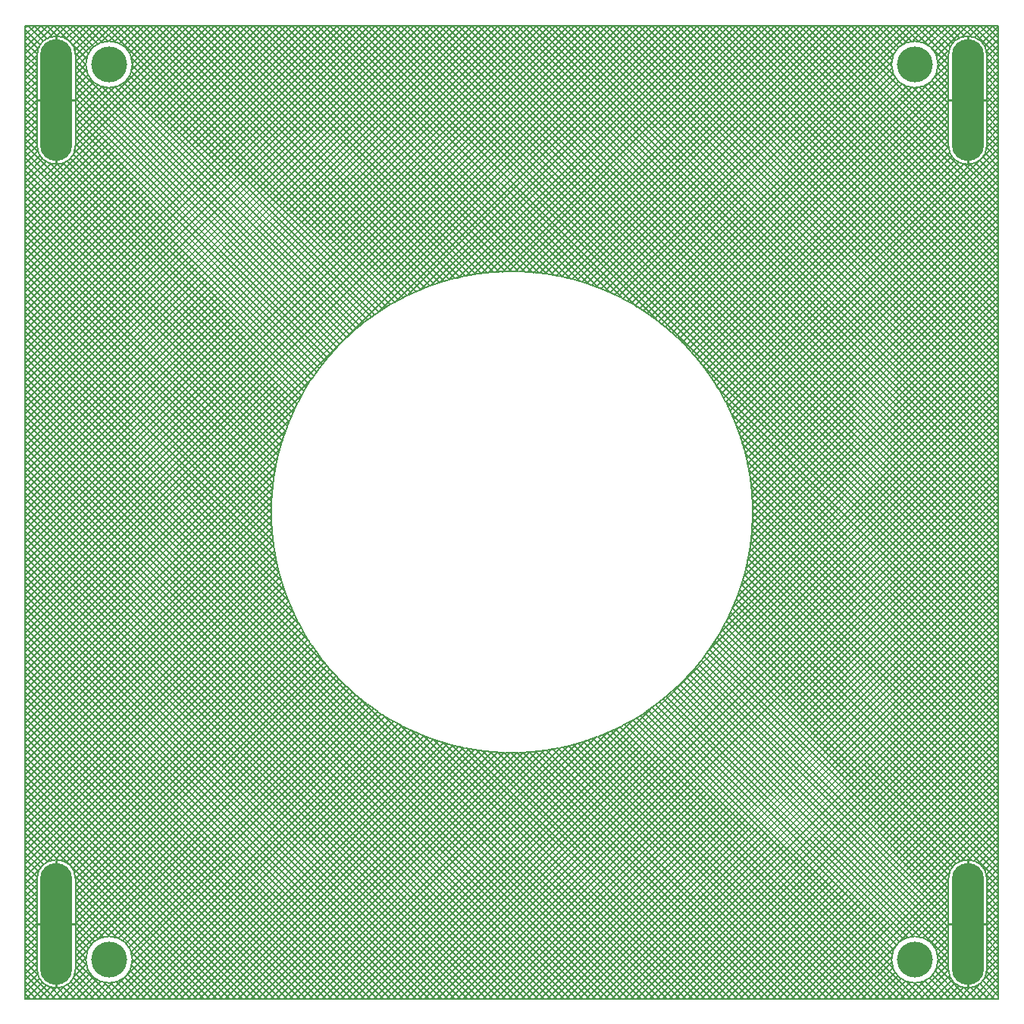
<source format=gbl>
G04*
G04 #@! TF.GenerationSoftware,Altium Limited,Altium Designer,25.8.1 (18)*
G04*
G04 Layer_Physical_Order=2*
G04 Layer_Color=16711680*
%FSLAX44Y44*%
%MOMM*%
G71*
G04*
G04 #@! TF.SameCoordinates,5BCDE232-B0A3-4B63-ACBE-DE64D98267A6*
G04*
G04*
G04 #@! TF.FilePolarity,Positive*
G04*
G01*
G75*
%ADD12C,0.2032*%
%ADD13C,0.2540*%
%ADD14O,3.6000X13.6000*%
%ADD15C,4.0000*%
D12*
X530556Y510000D02*
G03*
X487444Y510000I-21556J0D01*
G01*
Y410000D02*
G03*
X530556Y410000I21556J0D01*
G01*
X476016Y500000D02*
G03*
X476016Y500000I-26016J0D01*
G01*
X530556Y-410000D02*
G03*
X487444Y-410000I-21556J0D01*
G01*
Y-510000D02*
G03*
X530556Y-510000I21556J0D01*
G01*
X476016Y-500000D02*
G03*
X476016Y-500000I-26016J0D01*
G01*
X-423984Y500000D02*
G03*
X-423984Y500000I-26016J0D01*
G01*
X-487444Y510000D02*
G03*
X-530556Y510000I-21556J0D01*
G01*
Y410000D02*
G03*
X-487444Y410000I21556J0D01*
G01*
Y-410000D02*
G03*
X-530556Y-410000I-21556J0D01*
G01*
X-423984Y-500000D02*
G03*
X-423984Y-500000I-26016J0D01*
G01*
X-530556Y-510000D02*
G03*
X-487444Y-510000I21556J0D01*
G01*
X515283Y543607D02*
X543607Y515283D01*
X522467Y543607D02*
X543607Y522467D01*
X508099Y543607D02*
X543607Y508099D01*
X342862Y543607D02*
X543607Y342862D01*
X335678Y543607D02*
X543607Y335678D01*
X528078Y520035D02*
X543607Y535564D01*
X525144Y524285D02*
X543607Y542748D01*
X328494Y543607D02*
X543607Y328494D01*
X321309Y543607D02*
X543607Y321309D01*
X314125Y543607D02*
X543607Y314125D01*
X510788Y531482D02*
X522913Y543607D01*
X500915D02*
X513425Y531097D01*
X502753Y530631D02*
X515729Y543607D01*
X493731D02*
X505993Y531345D01*
X474281Y509343D02*
X508545Y543607D01*
X529652D02*
X543607Y529652D01*
X536836Y543607D02*
X543607Y536836D01*
X525144Y524285D02*
X543607Y542748D01*
X516645Y530155D02*
X530098Y543607D01*
X521345Y527671D02*
X537282Y543607D01*
X235099D02*
X543607Y235099D01*
X242283Y543607D02*
X543607Y242283D01*
X227915Y543607D02*
X543607Y227915D01*
X220730Y543607D02*
X543607Y220730D01*
X213546Y543607D02*
X543607Y213546D01*
X199178Y543607D02*
X543607Y199178D01*
X206362Y543607D02*
X543607Y206362D01*
X191994Y543607D02*
X543607Y191994D01*
X184809Y543607D02*
X543607Y184809D01*
X177625Y543607D02*
X543607Y177625D01*
X299757Y543607D02*
X543607Y299757D01*
X306941Y543607D02*
X543607Y306941D01*
X292573Y543607D02*
X543607Y292572D01*
X285388Y543607D02*
X543607Y285388D01*
X278204Y543607D02*
X543607Y278204D01*
X271020Y543607D02*
X543607Y271020D01*
X263836Y543607D02*
X543607Y263836D01*
X256651Y543607D02*
X543607Y256651D01*
X249467Y543607D02*
X543607Y249467D01*
X91415Y543607D02*
X543607Y91415D01*
X98599Y543607D02*
X543607Y98599D01*
X84230Y543607D02*
X543607Y84230D01*
X77046Y543607D02*
X543607Y77046D01*
X69862Y543607D02*
X543607Y69862D01*
X55494Y543607D02*
X543607Y55493D01*
X62678Y543607D02*
X543607Y62678D01*
X48309Y543607D02*
X543607Y48309D01*
X41125Y543607D02*
X543607Y41125D01*
X33941Y543607D02*
X543607Y33941D01*
X163257Y543607D02*
X543607Y163257D01*
X170441Y543607D02*
X543607Y170441D01*
X156073Y543607D02*
X543607Y156073D01*
X148888Y543607D02*
X543607Y148888D01*
X141704Y543607D02*
X543607Y141704D01*
X127336Y543607D02*
X543607Y127336D01*
X134520Y543607D02*
X543607Y134520D01*
X120152Y543607D02*
X543607Y120151D01*
X112967Y543607D02*
X543607Y112967D01*
X105783Y543607D02*
X543607Y105783D01*
X-45085Y543607D02*
X543607Y-45086D01*
X-37901Y543607D02*
X543607Y-37901D01*
X-52270Y543607D02*
X543607Y-52270D01*
X-59454Y543607D02*
X543607Y-59454D01*
X-66638Y543607D02*
X543607Y-66638D01*
X-81006Y543607D02*
X543607Y-81006D01*
X-73822Y543607D02*
X543607Y-73822D01*
X-88191Y543607D02*
X543607Y-88191D01*
X-95375Y543607D02*
X543607Y-95375D01*
X-102559Y543607D02*
X543607Y-102559D01*
X19572Y543607D02*
X543607Y19572D01*
X26757Y543607D02*
X543607Y26757D01*
X12388Y543607D02*
X543607Y12388D01*
X5204Y543607D02*
X543607Y5204D01*
X-1980Y543607D02*
X543607Y-1980D01*
X-9164Y543607D02*
X543607Y-9164D01*
X-16349Y543607D02*
X543607Y-16349D01*
X-23533Y543607D02*
X543607Y-23533D01*
X-30717Y543607D02*
X543607Y-30717D01*
X530556Y478045D02*
X543607Y464994D01*
X530556Y465039D02*
X543607Y478091D01*
X530556Y457855D02*
X543607Y470906D01*
X530556Y472224D02*
X543607Y485275D01*
X530556Y485229D02*
X543607Y472178D01*
X530556Y443487D02*
X543607Y456538D01*
X530556Y463676D02*
X543607Y450625D01*
X530556Y456492D02*
X543607Y443441D01*
X530556Y470861D02*
X543607Y457809D01*
X530556Y450671D02*
X543607Y463722D01*
X530556Y500960D02*
X543607Y514012D01*
X530556Y508145D02*
X543607Y521196D01*
X530556Y493776D02*
X543607Y506828D01*
X530017Y514790D02*
X543607Y528380D01*
X530097Y514425D02*
X543607Y500915D01*
X530556Y479408D02*
X543607Y492459D01*
X530556Y499598D02*
X543607Y486546D01*
X530556Y492413D02*
X543607Y479362D01*
X530556Y506782D02*
X543607Y493731D01*
X530556Y486592D02*
X543607Y499643D01*
X530556Y420571D02*
X543607Y407520D01*
X530556Y427756D02*
X543607Y414704D01*
X530556Y413387D02*
X543607Y400336D01*
X530400Y407409D02*
X543607Y420617D01*
X530268Y406490D02*
X543607Y393152D01*
X525843Y396547D02*
X543607Y378783D01*
X528583Y400991D02*
X543607Y385967D01*
X522227Y392979D02*
X543607Y371599D01*
X517731Y390291D02*
X543607Y364415D01*
X512161Y388677D02*
X543607Y357230D01*
X530556Y449308D02*
X543607Y436257D01*
X530556Y436302D02*
X543607Y449354D01*
X530556Y429118D02*
X543607Y442169D01*
X530556Y410000D02*
Y510000D01*
Y434940D02*
X543607Y421888D01*
X530556Y414750D02*
X543607Y427801D01*
X530556Y442124D02*
X543607Y429073D01*
X530556Y421934D02*
X543607Y434985D01*
X504795Y388858D02*
X543607Y350046D01*
X253886Y87790D02*
X543607Y377512D01*
X255748Y82468D02*
X543607Y370327D01*
X250043Y98316D02*
X543607Y391880D01*
X252024Y93112D02*
X543607Y384696D01*
X261879Y59862D02*
X543607Y341591D01*
X260544Y65711D02*
X543607Y348775D01*
X263214Y54013D02*
X543607Y334406D01*
X257396Y76932D02*
X543607Y363143D01*
X259003Y71355D02*
X543607Y355959D01*
X243558Y113384D02*
X543607Y413433D01*
X247939Y103396D02*
X543607Y399064D01*
X241223Y118233D02*
X511591Y388600D01*
X245835Y108476D02*
X543607Y406249D01*
X267917Y-20311D02*
X543607Y255380D01*
X268344Y-12699D02*
X543607Y262564D01*
X267149Y-28262D02*
X543607Y248196D01*
X266237Y-36359D02*
X543607Y241012D01*
X264850Y-44930D02*
X543607Y233827D01*
X261167Y-62981D02*
X543607Y219459D01*
X263292Y-53672D02*
X543607Y226643D01*
X258608Y-72724D02*
X543607Y212275D01*
X255586Y-82930D02*
X543607Y205091D01*
X251719Y-93982D02*
X543607Y197906D01*
X267053Y29115D02*
X543607Y305669D01*
X266326Y35572D02*
X543607Y312854D01*
X267759Y22637D02*
X543607Y298485D01*
X264336Y47951D02*
X543607Y327222D01*
X265380Y41810D02*
X543607Y320038D01*
X268634Y1959D02*
X543607Y276933D01*
X268634Y-5225D02*
X543607Y269748D01*
X268166Y15860D02*
X543607Y291301D01*
X268548Y9058D02*
X543607Y284117D01*
X464789Y521404D02*
X486992Y543607D01*
X460154Y523953D02*
X479808Y543607D01*
X464994D02*
X489472Y519129D01*
X457809Y543607D02*
X487757Y513660D01*
X450625Y543607D02*
X487444Y506788D01*
X486546Y543607D02*
X500391Y529762D01*
X479362Y543607D02*
X495872Y527097D01*
X472178Y543607D02*
X492235Y523550D01*
X468679Y518109D02*
X494177Y543607D01*
X471860Y514106D02*
X501361Y543607D01*
X421888D02*
X441063Y524433D01*
X414704Y543607D02*
X436235Y522076D01*
X407520Y543607D02*
X432176Y518951D01*
X400336Y543607D02*
X428826Y515117D01*
X393152Y543607D02*
X426216Y510543D01*
X454619Y525603D02*
X472624Y543607D01*
X447751Y525919D02*
X465440Y543607D01*
X437421Y522773D02*
X458256Y543607D01*
X429073D02*
X446855Y525825D01*
X436257Y543607D02*
X454187Y525677D01*
X475760Y503638D02*
X488369Y516247D01*
X364415Y543607D02*
X487444Y420578D01*
Y410000D02*
Y510000D01*
X357230Y543607D02*
X487444Y413394D01*
X350046Y543607D02*
X487858Y405796D01*
X475825Y496855D02*
X487444Y485236D01*
X475677Y504187D02*
X487444Y492420D01*
X474433Y491063D02*
X487444Y478052D01*
X470597Y484106D02*
X487444Y500954D01*
X186790Y193116D02*
X487444Y493769D01*
X443441Y543607D02*
X487444Y499604D01*
X385967Y543607D02*
X424486Y505088D01*
X378783Y543607D02*
X424036Y498354D01*
X371599Y543607D02*
X426623Y488583D01*
X475775Y496469D02*
X487444Y508138D01*
X151153Y222136D02*
X424397Y495381D01*
X142421Y227773D02*
X427227Y512579D01*
X146833Y225001D02*
X424081Y502249D01*
X30659Y266879D02*
X307387Y543607D01*
X24202Y267607D02*
X300203Y543607D01*
X37116Y266152D02*
X314571Y543607D01*
X10684Y268457D02*
X285834Y543607D01*
X17486Y268075D02*
X293019Y543607D01*
X61261Y261560D02*
X343308Y543607D01*
X55412Y262895D02*
X336124Y543607D01*
X67087Y260202D02*
X350492Y543607D01*
X43279Y265130D02*
X321755Y543607D01*
X49419Y264087D02*
X328940Y543607D01*
X-26327Y267367D02*
X249913Y543607D01*
X-34423Y266455D02*
X242729Y543607D01*
X-42861Y265201D02*
X235545Y543607D01*
X-51516Y263731D02*
X228361Y543607D01*
X-60756Y261675D02*
X221176Y543607D01*
X-3507Y268634D02*
X271466Y543607D01*
X3677Y268634D02*
X278650Y543607D01*
X-10879Y268446D02*
X264282Y543607D01*
X-18491Y268019D02*
X257098Y543607D01*
X109678Y245319D02*
X407966Y543607D01*
X104611Y247436D02*
X400782Y543607D01*
X114543Y243000D02*
X415150Y543607D01*
X94384Y251578D02*
X386413Y543607D01*
X99531Y249540D02*
X393598Y543607D01*
X133454Y233174D02*
X443887Y543607D01*
X128827Y235732D02*
X436703Y543607D01*
X138010Y230545D02*
X451071Y543607D01*
X119392Y240665D02*
X422335Y543607D01*
X124200Y238289D02*
X429519Y543607D01*
X-70312Y259303D02*
X213992Y543607D01*
X-80403Y256396D02*
X206808Y543607D01*
X-91340Y252644D02*
X199624Y543607D01*
X-103110Y248058D02*
X192440Y543607D01*
X-116103Y242249D02*
X185256Y543607D01*
X83741Y255303D02*
X372045Y543607D01*
X89062Y253441D02*
X379229Y543607D01*
X72688Y258619D02*
X357677Y543607D01*
X78265Y257012D02*
X364861Y543607D01*
X216886Y158553D02*
X487444Y429112D01*
X213847Y162699D02*
X487444Y436296D01*
X219868Y154351D02*
X487444Y421927D01*
X207473Y170693D02*
X487444Y450664D01*
X210660Y166696D02*
X487444Y443480D01*
X231208Y136955D02*
X491570Y397317D01*
X228436Y141367D02*
X489008Y401939D01*
X233786Y132348D02*
X495025Y393588D01*
X222849Y150148D02*
X487444Y414743D01*
X225664Y145779D02*
X487569Y407684D01*
X468951Y482176D02*
X487444Y463683D01*
X472076Y486235D02*
X487444Y470868D01*
X465117Y478826D02*
X487444Y456499D01*
X460543Y476216D02*
X487444Y449315D01*
X438583Y476623D02*
X487444Y427762D01*
X448354Y474036D02*
X487444Y434946D01*
X455088Y474486D02*
X487444Y442131D01*
X223540Y149158D02*
X231377Y136686D01*
X205434Y173249D02*
X214618Y161732D01*
X214825Y161457D02*
X223349Y149444D01*
X266120Y37396D02*
X267769Y22759D01*
X263605Y52259D02*
X266072Y37737D01*
X267798Y22416D02*
X268624Y7709D01*
X236343Y127721D02*
X499348Y390726D01*
X238888Y123082D02*
X504686Y388880D01*
X268634Y-7365D02*
Y-0D01*
Y7365D01*
X267798Y-22416D02*
X268624Y-7709D01*
X266120Y-37396D02*
X267769Y-22759D01*
X263605Y-52259D02*
X266072Y-37737D01*
X251126Y95676D02*
X255991Y81772D01*
X245367Y109606D02*
X251004Y95997D01*
X256096Y81445D02*
X260174Y67290D01*
X231552Y136389D02*
X238677Y123497D01*
X238835Y123191D02*
X245226Y109920D01*
X260260Y66957D02*
X263538Y52596D01*
X260260Y-66957D02*
X263538Y-52596D01*
X256096Y-81445D02*
X260174Y-67290D01*
X251126Y-95676D02*
X255991Y-81772D01*
X52596Y263538D02*
X66957Y260260D01*
X37737Y266072D02*
X52259Y263605D01*
X67290Y260174D02*
X81445Y256096D01*
X7709Y268624D02*
X22416Y267798D01*
X22759Y267769D02*
X37396Y266120D01*
X123497Y238677D02*
X136389Y231552D01*
X109920Y245226D02*
X123191Y238835D01*
X136686Y231377D02*
X149158Y223540D01*
X81772Y255991D02*
X95676Y251126D01*
X95997Y251004D02*
X109606Y245367D01*
X-7365Y268634D02*
X7365D01*
X-22416Y267798D02*
X-7709Y268624D01*
X-37396Y266120D02*
X-22759Y267769D01*
X-52259Y263605D02*
X-37737Y266072D01*
X-66957Y260260D02*
X-52596Y263538D01*
X-81445Y256096D02*
X-67290Y260174D01*
X-95676Y251126D02*
X-81772Y255991D01*
X-109606Y245367D02*
X-95997Y251004D01*
X-123191Y238835D02*
X-109920Y245226D01*
X190382Y189523D02*
X487444Y486585D01*
X190382Y189523D02*
X487444Y486585D01*
X193974Y185931D02*
X487444Y479401D01*
X171648Y206711D02*
X440657Y475719D01*
X183118Y196628D02*
X465894Y479403D01*
X200828Y178417D02*
X487444Y465033D01*
X197438Y182211D02*
X487444Y472217D01*
X204219Y174623D02*
X487444Y457848D01*
X175530Y203408D02*
X446362Y474240D01*
X179324Y200018D02*
X453531Y474225D01*
X163655Y213085D02*
X431891Y481321D01*
X159558Y216173D02*
X428596Y485211D01*
X167652Y209898D02*
X435894Y478140D01*
X155356Y219155D02*
X426047Y489846D01*
X149444Y223349D02*
X161457Y214825D01*
X184745Y195161D02*
X195161Y184745D01*
X195397Y184495D02*
X205212Y173512D01*
X161732Y214618D02*
X173249Y205434D01*
X173512Y205212D02*
X184495Y195397D01*
X265921Y38628D02*
X543607Y-239059D01*
X264450Y47282D02*
X543607Y-231875D01*
X266901Y30463D02*
X543607Y-246243D01*
X260590Y65511D02*
X543607Y-217507D01*
X262715Y56202D02*
X543607Y-224691D01*
X268634Y-7D02*
X543607Y-274980D01*
X268634Y7178D02*
X543607Y-267796D01*
X268634Y-7191D02*
X543607Y-282164D01*
X267800Y22379D02*
X543607Y-253428D01*
X268228Y14768D02*
X543607Y-260612D01*
X240653Y-119416D02*
X543607Y183538D01*
X246843Y-106042D02*
X543607Y190722D01*
X232402Y-134852D02*
X543607Y176354D01*
X219332Y-155106D02*
X543607Y169170D01*
X229445Y139762D02*
X543607Y-174401D01*
X254535Y85934D02*
X543607Y-203138D01*
X250543Y97111D02*
X543607Y-195954D01*
X257818Y75467D02*
X543607Y-210322D01*
X238840Y123182D02*
X543607Y-181586D01*
X245462Y109375D02*
X543607Y-188770D01*
X257833Y-75416D02*
X543607Y-361191D01*
X259440Y-69839D02*
X543607Y-354007D01*
X543607Y543607D02*
X543607Y-543607D01*
X256226Y-80994D02*
X543607Y-368375D01*
X254392Y-86344D02*
X543607Y-375559D01*
X250615Y-96936D02*
X543607Y-389928D01*
X252530Y-91666D02*
X543607Y-382743D01*
X248511Y-102015D02*
X543607Y-397112D01*
X246407Y-107095D02*
X543607Y-404296D01*
X244193Y-112066D02*
X543607Y-411480D01*
X267888Y-20814D02*
X543607Y-296533D01*
X268270Y-14012D02*
X543607Y-289349D01*
X267251Y-27361D02*
X543607Y-303717D01*
X266523Y-33817D02*
X543607Y-310901D01*
X265663Y-40142D02*
X543607Y-318085D01*
X264620Y-46283D02*
X543607Y-325270D01*
X263552Y-52398D02*
X543607Y-332454D01*
X262242Y-58273D02*
X543607Y-339638D01*
X260907Y-64122D02*
X543607Y-346822D01*
X-116927Y543607D02*
X543607Y-116928D01*
X-109743Y543607D02*
X543607Y-109743D01*
X214462Y161928D02*
X543607Y-167217D01*
X-124112Y543607D02*
X543607Y-124112D01*
X-126064Y-543607D02*
X543607Y126064D01*
X-25485Y-543607D02*
X543607Y25485D01*
X-32669Y-543607D02*
X543607Y32669D01*
X-18301Y-543607D02*
X543607Y18301D01*
X-47038Y-543607D02*
X543607Y47038D01*
X-39854Y-543607D02*
X543607Y39854D01*
X-97327Y-543607D02*
X543607Y97327D01*
X-104512Y-543607D02*
X543607Y104512D01*
X-90143Y-543607D02*
X543607Y90143D01*
X-118880Y-543607D02*
X543607Y118880D01*
X-111696Y-543607D02*
X543607Y111696D01*
X-61406Y-543607D02*
X543607Y61406D01*
X-68590Y-543607D02*
X543607Y68590D01*
X-54222Y-543607D02*
X543607Y54222D01*
X-82959Y-543607D02*
X543607Y82959D01*
X-75775Y-543607D02*
X543607Y75775D01*
X75094Y-543607D02*
X543607Y-75094D01*
X67909Y-543607D02*
X543607Y-67909D01*
X82278Y-543607D02*
X543607Y-82278D01*
X53541Y-543607D02*
X543607Y-53541D01*
X60725Y-543607D02*
X543607Y-60725D01*
X111015Y-543607D02*
X543607Y-111015D01*
X103831Y-543607D02*
X543607Y-103830D01*
X118199Y-543607D02*
X543607Y-118199D01*
X89462Y-543607D02*
X543607Y-89462D01*
X96646Y-543607D02*
X543607Y-96646D01*
X10436Y-543607D02*
X543607Y-10436D01*
X3252Y-543607D02*
X543607Y-3252D01*
X17620Y-543607D02*
X543607Y-17620D01*
X-11117Y-543607D02*
X543607Y11117D01*
X-3933Y-543607D02*
X543607Y3933D01*
X39173Y-543607D02*
X543607Y-39173D01*
X46357Y-543607D02*
X543607Y-46357D01*
X24804Y-543607D02*
X543607Y-24804D01*
X31988Y-543607D02*
X543607Y-31988D01*
X530556Y-434350D02*
X543607Y-447401D01*
X530556Y-447356D02*
X543607Y-434304D01*
X530556Y-454540D02*
X543607Y-441488D01*
X530556Y-440171D02*
X543607Y-427120D01*
X530556Y-427166D02*
X543607Y-440217D01*
X530556Y-468908D02*
X543607Y-455857D01*
X530556Y-448718D02*
X543607Y-461770D01*
X530556Y-455903D02*
X543607Y-468954D01*
X530556Y-441534D02*
X543607Y-454586D01*
X530556Y-461724D02*
X543607Y-448673D01*
X530556Y-411435D02*
X543607Y-398383D01*
X529937Y-404870D02*
X543607Y-391199D01*
X529976Y-405033D02*
X543607Y-418665D01*
X524944Y-395494D02*
X543607Y-376831D01*
X527931Y-399691D02*
X543607Y-384015D01*
X530556Y-432987D02*
X543607Y-419936D01*
X530556Y-412797D02*
X543607Y-425849D01*
X530556Y-419982D02*
X543607Y-433033D01*
X530556Y-418619D02*
X543607Y-405567D01*
X530556Y-425803D02*
X543607Y-412752D01*
X530556Y-499008D02*
X543607Y-512059D01*
X530556Y-491824D02*
X543607Y-504875D01*
X530556Y-506192D02*
X543607Y-519244D01*
X530452Y-512118D02*
X543607Y-498962D01*
X530325Y-513146D02*
X543607Y-526428D01*
X534883Y-543607D02*
X543607Y-534883D01*
X528714Y-518719D02*
X543607Y-533612D01*
X542067Y-543607D02*
X543607Y-542067D01*
X526028Y-523217D02*
X543607Y-540796D01*
X527699Y-543607D02*
X543607Y-527699D01*
X530556Y-470271D02*
X543607Y-483322D01*
X530556Y-483277D02*
X543607Y-470225D01*
X530556Y-490461D02*
X543607Y-477410D01*
X530556Y-476092D02*
X543607Y-463041D01*
X530556Y-463087D02*
X543607Y-476138D01*
X530556Y-484640D02*
X543607Y-497691D01*
X530556Y-504829D02*
X543607Y-491778D01*
X530556Y-477455D02*
X543607Y-490507D01*
X530556Y-497645D02*
X543607Y-484594D01*
X218778Y-543607D02*
X543607Y-218778D01*
X211594Y-543607D02*
X543607Y-211594D01*
X225962Y-543607D02*
X543607Y-225962D01*
X125383Y-543607D02*
X543607Y-125383D01*
X204410Y-543607D02*
X543607Y-204410D01*
X521096Y-392158D02*
X543607Y-369646D01*
X516338Y-389731D02*
X543607Y-362462D01*
X247515Y-543607D02*
X543607Y-247515D01*
X233146Y-543607D02*
X543607Y-233146D01*
X240331Y-543607D02*
X543607Y-240331D01*
X175673Y-543607D02*
X543607Y-175673D01*
X168489Y-543607D02*
X543607Y-168488D01*
X182857Y-543607D02*
X543607Y-182857D01*
X154120Y-543607D02*
X543607Y-154120D01*
X161304Y-543607D02*
X543607Y-161304D01*
X510396Y-388489D02*
X543607Y-355278D01*
X502135Y-389566D02*
X543607Y-348094D01*
X190041Y-543607D02*
X543607Y-190041D01*
X197225Y-543607D02*
X543607Y-197225D01*
X254699Y-543607D02*
X543607Y-254699D01*
X146936Y-543607D02*
X543607Y-146936D01*
X326541Y-543607D02*
X543607Y-326541D01*
X132567Y-543607D02*
X543607Y-132567D01*
X139752Y-543607D02*
X543607Y-139752D01*
X513331Y-543607D02*
X543607Y-513331D01*
X506147Y-543607D02*
X543607Y-506146D01*
X520515Y-543607D02*
X543607Y-520515D01*
X333725Y-543607D02*
X543607Y-333725D01*
X340910Y-543607D02*
X543607Y-340910D01*
X283436Y-543607D02*
X543607Y-283436D01*
X276252Y-543607D02*
X543607Y-276252D01*
X290620Y-543607D02*
X543607Y-290620D01*
X261883Y-543607D02*
X543607Y-261883D01*
X269067Y-543607D02*
X543607Y-269067D01*
X312173Y-543607D02*
X543607Y-312173D01*
X319357Y-543607D02*
X543607Y-319357D01*
X297804Y-543607D02*
X543607Y-297804D01*
X304988Y-543607D02*
X543607Y-304988D01*
X239523Y-121764D02*
X506364Y-388606D01*
X245367Y-109606D02*
X251004Y-95997D01*
X241858Y-116915D02*
X513967Y-389024D01*
X237038Y-126463D02*
X500686Y-390112D01*
X234481Y-131090D02*
X496112Y-392721D01*
X231923Y-135717D02*
X492425Y-396219D01*
X229189Y-140168D02*
X489608Y-400586D01*
X226417Y-144580D02*
X487821Y-405984D01*
X223645Y-148991D02*
X487444Y-412791D01*
X220678Y-153209D02*
X487444Y-419975D01*
X238835Y-123191D02*
X245226Y-109920D01*
X231552Y-136389D02*
X238677Y-123497D01*
X223540Y-149158D02*
X231377Y-136686D01*
X214825Y-161457D02*
X223349Y-149444D01*
X205434Y-173249D02*
X214618Y-161732D01*
X195397Y-184495D02*
X205212Y-173512D01*
X184745Y-195161D02*
X195161Y-184745D01*
X173512Y-205212D02*
X184495Y-195397D01*
X161732Y-214618D02*
X173249Y-205434D01*
X149444Y-223349D02*
X161457Y-214825D01*
X211526Y-165610D02*
X487444Y-441527D01*
X214692Y-161591D02*
X487444Y-434343D01*
X208339Y-169607D02*
X487444Y-448712D01*
X205140Y-173592D02*
X487444Y-455896D01*
X201750Y-177386D02*
X487444Y-463080D01*
X194951Y-184955D02*
X487444Y-477449D01*
X198360Y-181180D02*
X487444Y-470264D01*
X191358Y-188547D02*
X487444Y-484633D01*
X187766Y-192139D02*
X487444Y-491817D01*
X184150Y-195706D02*
X487444Y-499000D01*
X217696Y-157411D02*
X487444Y-427159D01*
X176562Y-202486D02*
X448127Y-474052D01*
X180356Y-199096D02*
X455928Y-474668D01*
X172735Y-205844D02*
X442103Y-475212D01*
X168738Y-209031D02*
X437109Y-477402D01*
X164741Y-212219D02*
X432909Y-480386D01*
X160701Y-215362D02*
X429422Y-484083D01*
X156498Y-218344D02*
X426661Y-488506D01*
X152296Y-221326D02*
X424741Y-493771D01*
X148033Y-224247D02*
X423985Y-500199D01*
X136686Y-231377D02*
X149158Y-223540D01*
X143621Y-227019D02*
X425584Y-508982D01*
X123497Y-238677D02*
X136389Y-231552D01*
X109920Y-245226D02*
X123191Y-238835D01*
X-88334Y-253695D02*
X201577Y-543607D01*
X95997Y-251004D02*
X109606Y-245367D01*
X-77659Y-257187D02*
X208762Y-543607D01*
X-112335Y-244064D02*
X187209Y-543607D01*
X-99775Y-249439D02*
X194393Y-543607D01*
X81772Y-255991D02*
X95676Y-251126D01*
X-95676Y-251126D02*
X-81772Y-255991D01*
X-81445Y-256096D02*
X-67290Y-260174D01*
X-123191Y-238835D02*
X-109920Y-245226D01*
X-109606Y-245367D02*
X-95997Y-251004D01*
X67290Y-260174D02*
X81445Y-256096D01*
X52596Y-263538D02*
X66957Y-260260D01*
X-66957D02*
X-52596Y-263538D01*
X-52259Y-263605D02*
X-37737Y-266072D01*
X134712Y-232479D02*
X445841Y-543607D01*
X130085Y-235036D02*
X438657Y-543607D01*
X139209Y-229792D02*
X453025Y-543607D01*
X120711Y-240030D02*
X424288Y-543607D01*
X125458Y-237593D02*
X431472Y-543607D01*
X111013Y-244700D02*
X409920Y-543607D01*
X105992Y-246864D02*
X402735Y-543607D01*
X115862Y-242365D02*
X417104Y-543607D01*
X95808Y-251049D02*
X388367Y-543607D01*
X100912Y-248968D02*
X395551Y-543607D01*
X85188Y-254797D02*
X373999Y-543607D01*
X79782Y-256575D02*
X366814Y-543607D01*
X90510Y-252934D02*
X381183Y-543607D01*
X68627Y-259789D02*
X352446Y-543607D01*
X74205Y-258182D02*
X359630Y-543607D01*
X57002Y-262532D02*
X338078Y-543607D01*
X62851Y-261197D02*
X345262Y-543607D01*
X-67567Y-260094D02*
X215946Y-543607D01*
X-58224Y-262253D02*
X223130Y-543607D01*
X530556Y-510000D02*
Y-410000D01*
X487444Y-510000D02*
Y-410000D01*
X473069Y-512026D02*
X487444Y-497652D01*
X475948Y-501873D02*
X487761Y-513686D01*
X463950Y-478040D02*
X487444Y-454547D01*
X459157Y-475649D02*
X487444Y-447362D01*
X467979Y-481196D02*
X487444Y-461731D01*
X453413Y-474209D02*
X487444Y-440178D01*
X446171Y-474267D02*
X487444Y-432994D01*
X475941Y-501970D02*
X487444Y-490468D01*
X475563Y-495165D02*
X487444Y-483283D01*
X475332Y-494072D02*
X487444Y-506184D01*
X471299Y-485060D02*
X487444Y-468915D01*
X473876Y-489667D02*
X487444Y-476099D01*
X474789Y-507897D02*
X510499Y-543607D01*
X484594D02*
X499069Y-529132D01*
X522462Y-526835D02*
X539234Y-543607D01*
X469614Y-517091D02*
X496130Y-543607D01*
X472598Y-512891D02*
X503314Y-543607D01*
X512525Y-531266D02*
X524867Y-543607D01*
X505314Y-531239D02*
X517683Y-543607D01*
X518021Y-529577D02*
X532051Y-543607D01*
X491778D02*
X504339Y-531046D01*
X498962Y-543607D02*
X511118Y-531452D01*
X465917Y-520578D02*
X488946Y-543607D01*
X463041D02*
X488889Y-517760D01*
X470225Y-543607D02*
X491395Y-522438D01*
X448673Y-543607D02*
X487444Y-504836D01*
X455857Y-543607D02*
X487531Y-511933D01*
X461494Y-523339D02*
X481762Y-543607D01*
X477410D02*
X494799Y-526217D01*
X449801Y-526015D02*
X467393Y-543607D01*
X456229Y-525259D02*
X474577Y-543607D01*
X32415Y-266681D02*
X309341Y-543607D01*
X25958Y-267409D02*
X302156Y-543607D01*
X38808Y-265890D02*
X316525Y-543607D01*
X12534Y-268353D02*
X287788Y-543607D01*
X19336Y-267971D02*
X294972Y-543607D01*
X432545Y-480709D02*
X487444Y-425810D01*
X5630Y-268634D02*
X280604Y-543607D01*
X-8809Y-268562D02*
X266235Y-543607D01*
X-1554Y-268634D02*
X273420Y-543607D01*
X37737Y-266072D02*
X52259Y-263605D01*
X22759Y-267769D02*
X37396Y-266120D01*
X-24125Y-267616D02*
X251867Y-543607D01*
X-37396Y-266120D02*
X-22759Y-267769D01*
X-32221Y-266703D02*
X244683Y-543607D01*
X7709Y-268624D02*
X22416Y-267798D01*
X-7365Y-268634D02*
X7365D01*
X-22416Y-267798D02*
X-7709Y-268624D01*
X-16421Y-268135D02*
X259051Y-543607D01*
X362462D02*
X487444Y-418625D01*
X405568Y-543607D02*
X431196Y-517979D01*
X412752Y-543607D02*
X435060Y-521299D01*
X348094Y-543607D02*
X488567Y-403135D01*
X355278Y-543607D02*
X487444Y-411441D01*
X441018Y-524416D02*
X460209Y-543607D01*
X434304D02*
X451970Y-525941D01*
X441489Y-543607D02*
X462026Y-523069D01*
X419936Y-543607D02*
X439667Y-523876D01*
X427120Y-543607D02*
X445165Y-525563D01*
X51089Y-263803D02*
X330893Y-543607D01*
X44949Y-264847D02*
X323709Y-543607D01*
X369646D02*
X430709Y-482545D01*
X-49162Y-264131D02*
X230314Y-543607D01*
X-40507Y-265601D02*
X237498Y-543607D01*
X391199D02*
X425649Y-509157D01*
X398383Y-543607D02*
X428040Y-513950D01*
X376831Y-543607D02*
X424267Y-496171D01*
X384015Y-543607D02*
X424209Y-503413D01*
X-239059Y543607D02*
X38628Y265921D01*
X-246243Y543607D02*
X30463Y266901D01*
X-231875Y543607D02*
X47282Y264450D01*
X-260612Y543607D02*
X14768Y268228D01*
X-253428Y543607D02*
X22379Y267800D01*
X-203138Y543607D02*
X85934Y254535D01*
X-210322Y543607D02*
X75467Y257818D01*
X-195954Y543607D02*
X97111Y250543D01*
X-224691Y543607D02*
X56202Y262715D01*
X-217507Y543607D02*
X65511Y260590D01*
X-303717Y543607D02*
X-27361Y267251D01*
X-310901Y543607D02*
X-33817Y266523D01*
X-318085Y543607D02*
X-40142Y265663D01*
X-325270Y543607D02*
X-46283Y264620D01*
X-346822Y543607D02*
X-64122Y260907D01*
X-274980Y543607D02*
X-7Y268634D01*
X-282164Y543607D02*
X-7191Y268634D01*
X-267796Y543607D02*
X7178Y268634D01*
X-289349Y543607D02*
X-14012Y268270D01*
X-296533Y543607D02*
X-20814Y267888D01*
X-181585Y543607D02*
X123182Y238840D01*
X-188770Y543607D02*
X109375Y245462D01*
X-174401Y543607D02*
X139762Y229445D01*
X-543607Y-84676D02*
X84677Y543607D01*
X-543607Y-99045D02*
X99045Y543607D01*
X-131012Y234524D02*
X178071Y543607D01*
X-149312Y223408D02*
X170887Y543607D01*
X-131296D02*
X543607Y-131296D01*
X-167217Y543607D02*
X161928Y214462D01*
X-184741Y195163D02*
X163703Y543607D01*
X-425849D02*
X-121764Y239523D01*
X-433033Y543607D02*
X-126463Y237038D01*
X-440217Y543607D02*
X-131090Y234481D01*
X-447401Y543607D02*
X-135717Y231923D01*
X-454585Y543607D02*
X-140168Y229189D01*
X-543607Y-55940D02*
X55940Y543607D01*
X-543607Y-70308D02*
X70308Y543607D01*
X-543607Y-34387D02*
X34387Y543607D01*
X-543607Y-48755D02*
X48755Y543607D01*
X-543607Y152402D02*
X-152402Y543607D01*
X-543607Y159587D02*
X-159587Y543607D01*
X-543607Y145218D02*
X-145218Y543607D01*
X-543607Y173955D02*
X-173955Y543607D01*
X-543607Y166771D02*
X-166771Y543607D01*
X-543607Y123666D02*
X-123666Y543607D01*
X-543607Y130850D02*
X-130850Y543607D01*
X-543607Y44639D02*
X-44639Y543607D01*
X-543607D02*
X543607D01*
X-543607Y138034D02*
X-138034Y543607D01*
X-543607Y224245D02*
X-224245Y543607D01*
X-543607Y231429D02*
X-231429Y543607D01*
X-543607Y217060D02*
X-217060Y543607D01*
X-543607Y245797D02*
X-245797Y543607D01*
X-543607Y238613D02*
X-238613Y543607D01*
X-543607Y188324D02*
X-188324Y543607D01*
X-543607Y195508D02*
X-195508Y543607D01*
X-543607Y181139D02*
X-181139Y543607D01*
X-543607Y209876D02*
X-209876Y543607D01*
X-543607Y202692D02*
X-202692Y543607D01*
X-543607Y-77492D02*
X77492Y543607D01*
X-543607Y-63124D02*
X63124Y543607D01*
X-543607Y-91861D02*
X91861Y543607D01*
X-543607Y-27203D02*
X27203Y543607D01*
X-543607Y-41571D02*
X41571Y543607D01*
X-543607Y-127782D02*
X127782Y543607D01*
X-543607Y-120597D02*
X120597Y543607D01*
X-543607Y-134966D02*
X134966Y543607D01*
X-543607Y-106229D02*
X106229Y543607D01*
X-543607Y-113413D02*
X113413Y543607D01*
X-543607Y15903D02*
X-15903Y543607D01*
X-543607Y23087D02*
X-23087Y543607D01*
X-543607Y8718D02*
X-8718Y543607D01*
X-543607Y37455D02*
X-37455Y543607D01*
X-543607Y30271D02*
X-30271Y543607D01*
X-543607Y-12834D02*
X12834Y543607D01*
X-543607Y-20018D02*
X20019Y543607D01*
X-543607Y1534D02*
X-1534Y543607D01*
X-543607Y-5650D02*
X5650Y543607D01*
X-375559D02*
X-86344Y254392D01*
X-382743Y543607D02*
X-91666Y252530D01*
X-389928Y543607D02*
X-96936Y250615D01*
X-397112Y543607D02*
X-102015Y248511D01*
X-404296Y543607D02*
X-107095Y246407D01*
X-332454Y543607D02*
X-52398Y263552D01*
X-339638Y543607D02*
X-58273Y262242D01*
X-354007Y543607D02*
X-69839Y259440D01*
X-361191Y543607D02*
X-75416Y257833D01*
X-368375Y543607D02*
X-80994Y256226D01*
X-411480Y543607D02*
X-112066Y244193D01*
X-418664Y543607D02*
X-116915Y241858D01*
X-424018Y498671D02*
X-148991Y223645D01*
X-424861Y506699D02*
X-144580Y226417D01*
X-425075Y492544D02*
X-153209Y220678D01*
X-136389Y231552D02*
X-123497Y238677D01*
X-149158Y223540D02*
X-136686Y231377D01*
X-161457Y214825D02*
X-149444Y223349D01*
X-427195Y487480D02*
X-157411Y217696D01*
X-430119Y483220D02*
X-161591Y214692D01*
X-433759Y479676D02*
X-165610Y211526D01*
X-438122Y476854D02*
X-169607Y208339D01*
X-173249Y205434D02*
X-161732Y214618D01*
X-443311Y474859D02*
X-173592Y205140D01*
X-449623Y473987D02*
X-177386Y201750D01*
X-184495Y195397D02*
X-173512Y205212D01*
X-195161Y184745D02*
X-184745Y195161D01*
X-195163Y184741D02*
X-184741Y195163D01*
X-205212Y173512D02*
X-195397Y184495D01*
X-214618Y161732D02*
X-205434Y173249D01*
X-223349Y149444D02*
X-214825Y161457D01*
X-231377Y136686D02*
X-223540Y149158D01*
X-238677Y123497D02*
X-231552Y136389D01*
X-245226Y109920D02*
X-238835Y123191D01*
X-251004Y95997D02*
X-245367Y109606D01*
X-245226Y-109920D02*
X-238835Y-123191D01*
X-238677Y-123497D02*
X-231552Y-136389D01*
X-255991Y-81772D02*
X-251126Y-95676D01*
X-251004Y-95997D02*
X-245367Y-109606D01*
X-458096Y475276D02*
X-181180Y198360D01*
X-487444Y483071D02*
X-192139Y187766D01*
X-487444Y475888D02*
X-195706Y184150D01*
X-487444Y497439D02*
X-184955Y194951D01*
X-487444Y490255D02*
X-188547Y191358D01*
X-487444Y454335D02*
X-205844Y172735D01*
X-487444Y447151D02*
X-209031Y168738D01*
X-487444Y439967D02*
X-212219Y164741D01*
X-487444Y468704D02*
X-199096Y180356D01*
X-487444Y461520D02*
X-202486Y176562D01*
X-487444Y425598D02*
X-218344Y156498D01*
X-487444Y418414D02*
X-221326Y152296D01*
X-487444Y411230D02*
X-224247Y148033D01*
X-487444Y432783D02*
X-215362Y160701D01*
X-488104Y404706D02*
X-227019Y143621D01*
X-490141Y399559D02*
X-229792Y139209D01*
X-493153Y395387D02*
X-232479Y134712D01*
X-497026Y392075D02*
X-235036Y130085D01*
X-501813Y389678D02*
X-237593Y125458D01*
X-543607Y94929D02*
X-94929Y543607D01*
X-543607Y102113D02*
X-102113Y543607D01*
X-543607Y87745D02*
X-87745Y543607D01*
X-543607Y116482D02*
X-116482Y543607D01*
X-543607Y109297D02*
X-109297Y543607D01*
X-543607Y59008D02*
X-59008Y543607D01*
X-543607Y66192D02*
X-66192Y543607D01*
X-543607Y51824D02*
X-51824Y543607D01*
X-543607Y80560D02*
X-80560Y543607D01*
X-543607Y73376D02*
X-73376Y543607D01*
X-507797Y388478D02*
X-240030Y120711D01*
X-516177Y389674D02*
X-242365Y115862D01*
X-543607Y395551D02*
X-248968Y100912D01*
X-543607Y409920D02*
X-244700Y111013D01*
X-543607Y402735D02*
X-246864Y105992D01*
X-543607Y187209D02*
X-244064Y-112335D01*
X-543607Y180025D02*
X-236938Y-126645D01*
X-543607Y388367D02*
X-251049Y95808D01*
X-543607Y194393D02*
X-249439Y-99775D01*
X-450179Y526015D02*
X-432587Y543607D01*
X-461770D02*
X-443301Y525139D01*
X-458950Y524428D02*
X-439771Y543607D01*
X-468954D02*
X-451329Y525982D01*
X-476138Y543607D02*
X-457456Y524925D01*
X-430377Y517081D02*
X-403850Y543607D01*
X-434072Y520570D02*
X-411034Y543607D01*
X-427395Y512878D02*
X-396666Y543607D01*
X-443755Y525255D02*
X-425403Y543607D01*
X-438493Y523333D02*
X-418218Y543607D01*
X-497966Y528518D02*
X-482876Y543607D01*
X-502972Y530696D02*
X-490061Y543607D01*
X-493908Y525391D02*
X-475692Y543607D01*
X-509298Y531554D02*
X-497245Y543607D01*
X-504875D02*
X-473146Y511878D01*
X-483322Y543607D02*
X-462520Y522805D01*
X-490507Y543607D02*
X-466780Y519881D01*
X-488443Y516488D02*
X-461324Y543607D01*
X-490709Y521406D02*
X-468508Y543607D01*
X-497691D02*
X-470324Y516241D01*
X-424050Y501854D02*
X-382297Y543607D01*
X-425207Y507882D02*
X-389482Y543607D01*
X-424674Y494046D02*
X-375113Y543607D01*
X-487446Y510301D02*
X-454139Y543607D01*
X-487444Y503119D02*
X-446955Y543607D01*
X-487444Y424092D02*
X-367929Y543607D01*
X-487444Y416908D02*
X-360745Y543607D01*
X-487446Y409722D02*
X-353560Y543607D01*
X-489818Y400165D02*
X-346376Y543607D01*
X-487444Y495934D02*
X-474428Y508950D01*
X-487527Y511891D02*
X-476013Y500377D01*
X-487444Y410000D02*
Y510000D01*
X-512059Y543607D02*
X-475141Y506689D01*
X-487444Y481566D02*
X-475255Y493755D01*
X-487444Y474382D02*
X-473333Y488493D01*
X-487444Y504624D02*
X-474724Y491904D01*
X-487444Y488750D02*
X-476015Y500179D01*
X-526428Y543607D02*
X-513829Y531008D01*
X-533612Y543607D02*
X-519066Y529062D01*
X-540796Y543607D02*
X-523310Y526121D01*
X-543607Y525981D02*
X-525981Y543607D01*
X-543607Y518797D02*
X-518797Y543607D01*
X-518875Y529161D02*
X-504429Y543607D01*
X-519243D02*
X-507109Y531473D01*
X-543607Y539234D02*
X-526690Y522317D01*
X-543607Y511613D02*
X-511613Y543607D01*
X-543607Y532051D02*
X-529168Y517611D01*
X-543607Y524867D02*
X-530485Y511745D01*
X-543607Y504429D02*
X-528161Y519875D01*
X-543607Y540350D02*
X-540350Y543607D01*
X-543607Y533166D02*
X-533166Y543607D01*
X-543607Y497245D02*
X-530554Y510298D01*
X-543607Y503314D02*
X-530556Y490263D01*
X-543607Y517683D02*
X-530556Y504632D01*
X-543607Y510499D02*
X-530556Y497447D01*
X-543607Y296087D02*
X-296087Y543607D01*
X-543607Y303271D02*
X-303271Y543607D01*
X-543607Y288903D02*
X-288902Y543607D01*
X-543607Y317639D02*
X-317639Y543607D01*
X-543607Y310455D02*
X-310455Y543607D01*
X-543607Y260166D02*
X-260166Y543607D01*
X-543607Y267350D02*
X-267350Y543607D01*
X-543607Y252981D02*
X-252981Y543607D01*
X-543607Y281718D02*
X-281718Y543607D01*
X-543607Y274534D02*
X-274534Y543607D01*
X-543607Y332008D02*
X-332008Y543607D01*
X-530556Y410000D02*
Y510000D01*
X-543607Y324824D02*
X-324824Y543607D01*
X-543607Y490061D02*
X-530556Y503112D01*
X-543607Y339192D02*
X-339192Y543607D01*
X-543607Y488946D02*
X-530556Y475895D01*
X-543607Y475692D02*
X-530556Y488743D01*
X-543607Y496130D02*
X-530556Y483079D01*
X-543607Y482876D02*
X-530556Y495928D01*
X-255991Y81772D02*
X-251126Y95676D01*
X-543607Y294972D02*
X-267971Y19336D01*
X-543607Y287788D02*
X-268353Y12534D01*
X-543607Y309341D02*
X-266681Y32415D01*
X-543607Y302156D02*
X-267409Y25958D01*
X-260174Y67290D02*
X-256096Y81445D01*
X-263538Y52596D02*
X-260260Y66957D01*
X-266072Y37737D02*
X-263605Y52259D01*
X-267769Y22759D02*
X-266120Y37396D01*
X-268624Y7709D02*
X-267798Y22416D01*
X-487444Y445645D02*
X-457882Y475207D01*
X-487444Y452829D02*
X-462878Y477395D01*
X-487444Y431276D02*
X-444046Y474674D01*
X-487444Y467197D02*
X-470570Y484072D01*
X-487444Y460013D02*
X-467081Y480377D01*
X-487444Y438461D02*
X-451854Y474050D01*
X-543607Y215946D02*
X-260094Y-67567D01*
X-543607Y223130D02*
X-262253Y-58224D01*
X-543607Y208762D02*
X-257187Y-77659D01*
X-543607Y237498D02*
X-265601Y-40507D01*
X-543607Y230314D02*
X-264131Y-49162D01*
X-263538Y-52596D02*
X-260260Y-66957D01*
X-266072Y-37737D02*
X-263605Y-52259D01*
X-260174Y-67290D02*
X-256096Y-81445D01*
X-267769Y-22759D02*
X-266120Y-37396D01*
X-543607Y201577D02*
X-253695Y-88334D01*
X-543607Y259051D02*
X-268135Y-16421D01*
X-543607Y266235D02*
X-268562Y-8809D01*
X-543607Y251867D02*
X-267616Y-24125D01*
X-543607Y280604D02*
X-268634Y5630D01*
X-543607Y273420D02*
X-268634Y-1554D01*
Y-7365D02*
Y0D01*
X-268624Y-7709D02*
X-267798Y-22416D01*
X-268634Y0D02*
Y7365D01*
X-543607Y244683D02*
X-266703Y-32221D01*
X-543607Y438657D02*
X-530556Y425605D01*
X-543607Y432587D02*
X-530556Y445638D01*
X-543607Y425403D02*
X-530556Y438454D01*
X-543607Y439771D02*
X-530556Y452822D01*
X-543607Y445841D02*
X-530556Y432789D01*
X-543607Y411034D02*
X-530556Y424085D01*
X-543607Y424288D02*
X-530556Y411237D01*
X-543607Y403850D02*
X-530556Y416901D01*
X-543607Y431472D02*
X-530556Y418421D01*
X-543607Y418218D02*
X-530556Y431270D01*
X-543607Y461324D02*
X-530556Y474375D01*
X-543607Y474577D02*
X-530556Y461526D01*
X-543607Y467393D02*
X-530556Y454342D01*
X-543607Y481762D02*
X-530556Y468711D01*
X-543607Y468508D02*
X-530556Y481559D01*
X-543607Y446955D02*
X-530556Y460006D01*
X-543607Y453025D02*
X-530556Y439974D01*
X-543607Y454139D02*
X-530556Y467191D01*
X-543607Y460209D02*
X-530556Y447158D01*
X-543607Y366814D02*
X-256575Y79782D01*
X-543607Y359630D02*
X-258182Y74205D01*
X-543607Y352446D02*
X-259789Y68627D01*
X-543607Y381183D02*
X-252934Y90510D01*
X-543607Y373999D02*
X-254797Y85188D01*
X-543607Y330893D02*
X-263803Y51089D01*
X-543607Y323709D02*
X-264847Y44949D01*
X-543607Y316525D02*
X-265890Y38808D01*
X-543607Y345262D02*
X-261197Y62851D01*
X-543607Y338078D02*
X-262532Y57002D01*
X-543607Y382297D02*
X-527299Y398606D01*
X-543607Y389482D02*
X-529561Y403527D01*
X-543607Y375113D02*
X-524102Y394618D01*
X-543607Y417104D02*
X-529326Y402822D01*
X-543607Y396666D02*
X-530554Y409719D01*
X-543607Y360745D02*
X-515043Y389309D01*
X-543607Y353560D02*
X-508722Y388446D01*
X-543607Y367929D02*
X-520047Y391490D01*
X-543607Y346376D02*
X-499165Y390818D01*
X-145664Y543607D02*
X543607Y-145664D01*
X-138480Y543607D02*
X543607Y-138480D01*
X-152849Y543607D02*
X543607Y-152849D01*
X-160033Y543607D02*
X543607Y-160033D01*
X-543607Y-6765D02*
X-6765Y-543607D01*
X-214618Y-161732D02*
X-205434Y-173249D01*
X-223349Y-149444D02*
X-214825Y-161457D01*
X-487444Y-452382D02*
X-206711Y-171648D01*
X-487444Y-438013D02*
X-213085Y-163655D01*
X-487444Y-445197D02*
X-209898Y-167652D01*
X-231377Y-136686D02*
X-223540Y-149158D01*
X-494122Y-394402D02*
X-233174Y-133454D01*
X-490872Y-398336D02*
X-230545Y-138010D01*
X-543607Y-178071D02*
X-234524Y131012D01*
X-498231Y-391327D02*
X-235732Y-128827D01*
X-487444Y-423645D02*
X-219155Y-155356D01*
X-487444Y-416461D02*
X-222136Y-151153D01*
X-487444Y-430829D02*
X-216173Y-159558D01*
X-488546Y-403195D02*
X-227773Y-142421D01*
X-487456Y-409288D02*
X-225001Y-146833D01*
X-140433Y-543607D02*
X543607Y140433D01*
X-147617Y-543607D02*
X543607Y147617D01*
X-133248Y-543607D02*
X543607Y133249D01*
X-161985Y-543607D02*
X543607Y161985D01*
X-154801Y-543607D02*
X543607Y154801D01*
X-543607Y-28317D02*
X-28317Y-543607D01*
X-543607Y-35502D02*
X-35501Y-543607D01*
X-543607Y-42686D02*
X-42686Y-543607D01*
X-543607Y-13949D02*
X-13949Y-543607D01*
X-543607Y-21133D02*
X-21133Y-543607D01*
X-543607Y-64238D02*
X-64238Y-543607D01*
X-543607Y-71423D02*
X-71423Y-543607D01*
X-543607Y-78607D02*
X-78607Y-543607D01*
X-543607Y-49870D02*
X-49870Y-543607D01*
X-543607Y-57054D02*
X-57054Y-543607D01*
X-543607Y-100160D02*
X-100159Y-543607D01*
X-543607Y-107344D02*
X-107344Y-543607D01*
X-543607Y-85791D02*
X-85791Y-543607D01*
X-543607Y-92975D02*
X-92975Y-543607D01*
X-543607Y-149334D02*
X149334Y543607D01*
X-543607Y-142150D02*
X142150Y543607D01*
X-543607Y-156519D02*
X156519Y543607D01*
X-543607Y158472D02*
X158472Y-543607D01*
X-543607Y151288D02*
X151288Y-543607D01*
X-543607Y65077D02*
X65077Y-543607D01*
X-543607Y57893D02*
X57893Y-543607D01*
X-543607Y50709D02*
X50709Y-543607D01*
X-543607Y144104D02*
X144104Y-543607D01*
X-543607Y136919D02*
X136920Y-543607D01*
X-543607Y-163703D02*
X-195163Y184741D01*
X-543607Y-170887D02*
X-223408Y149312D01*
X-543607Y43525D02*
X43525Y-543607D01*
X-543607Y172841D02*
X-226806Y-143961D01*
X-543607Y165656D02*
X-208318Y-169633D01*
X-543607Y21972D02*
X21972Y-543607D01*
X-543607Y14788D02*
X14788Y-543607D01*
X-543607Y7604D02*
X7604Y-543607D01*
X-543607Y36341D02*
X36341Y-543607D01*
X-543607Y29156D02*
X29156Y-543607D01*
X-543607Y115367D02*
X115367Y-543607D01*
X-543607Y108183D02*
X108183Y-543607D01*
X-543607Y100998D02*
X100998Y-543607D01*
X-543607Y129735D02*
X129735Y-543607D01*
X-543607Y122551D02*
X122551Y-543607D01*
X-543607Y79446D02*
X79446Y-543607D01*
X-543607Y72262D02*
X72262Y-543607D01*
X-543607Y419D02*
X419Y-543607D01*
X-543607Y93814D02*
X93814Y-543607D01*
X-543607Y86630D02*
X86630Y-543607D01*
X-543607Y-128896D02*
X-128896Y-543607D01*
X-543607Y-136081D02*
X-136081Y-543607D01*
X-543607Y-143265D02*
X-143265Y-543607D01*
X-543607Y-114528D02*
X-114528Y-543607D01*
X-543607Y-121712D02*
X-121712Y-543607D01*
X-543607Y-164817D02*
X-164817Y-543607D01*
X-543607Y-172002D02*
X-172002Y-543607D01*
X-543607Y-150449D02*
X-150449Y-543607D01*
X-543607Y-157633D02*
X-157633Y-543607D01*
X-241012D02*
X36359Y-266237D01*
X-248196Y-543607D02*
X28262Y-267149D01*
X-233827Y-543607D02*
X44930Y-264850D01*
X-298485Y-543607D02*
X-22637Y-267759D01*
X-255380Y-543607D02*
X20311Y-267917D01*
X-269748Y-543607D02*
X5225Y-268634D01*
X-276933Y-543607D02*
X-1959Y-268634D01*
X-262564Y-543607D02*
X12699Y-268344D01*
X-291301Y-543607D02*
X-15860Y-268166D01*
X-284117Y-543607D02*
X-9058Y-268548D01*
X-173249Y-205434D02*
X-161732Y-214618D01*
X-184495Y-195397D02*
X-173512Y-205212D01*
X-161457Y-214825D02*
X-149444Y-223349D01*
X-205212Y-173512D02*
X-195397Y-184495D01*
X-195161Y-184745D02*
X-184745Y-195161D01*
X-136389Y-231552D02*
X-123497Y-238677D01*
X-149158Y-223540D02*
X-136686Y-231377D01*
X-305669Y-543607D02*
X-29115Y-267053D01*
X-320038Y-543607D02*
X-41810Y-265380D01*
X-312854Y-543607D02*
X-35572Y-266326D01*
X-143961Y-226806D02*
X172841Y-543607D01*
X-169170D02*
X155106Y-219332D01*
X-126645Y-236938D02*
X180025Y-543607D01*
X-176354D02*
X134852Y-232402D01*
X-169633Y-208318D02*
X165656Y-543607D01*
X-190722D02*
X106042Y-246843D01*
X-197906Y-543607D02*
X93982Y-251719D01*
X-183538Y-543607D02*
X119416Y-240653D01*
X-212275Y-543607D02*
X72724Y-258608D01*
X-205091Y-543607D02*
X82930Y-255586D01*
X-348775Y-543607D02*
X-65712Y-260544D01*
X-355959Y-543607D02*
X-71355Y-259003D01*
X-219459Y-543607D02*
X62981Y-261167D01*
X-370327Y-543607D02*
X-82468Y-255748D01*
X-363143Y-543607D02*
X-76932Y-257396D01*
X-327222Y-543607D02*
X-47951Y-264336D01*
X-226643Y-543607D02*
X53672Y-263292D01*
X-341591Y-543607D02*
X-59862Y-261879D01*
X-334406Y-543607D02*
X-54013Y-263214D01*
X-434871Y-478835D02*
X-166696Y-210660D01*
X-439443Y-476222D02*
X-170693Y-207473D01*
X-431039Y-482187D02*
X-162699Y-213847D01*
X-451623Y-474035D02*
X-178417Y-200828D01*
X-444894Y-474490D02*
X-174623Y-204219D01*
X-424173Y-496874D02*
X-150148Y-222849D01*
X-425562Y-491078D02*
X-154351Y-219868D01*
X-424327Y-504212D02*
X-145779Y-225664D01*
X-427916Y-486248D02*
X-158553Y-216886D01*
X-456538Y-543607D02*
X-141367Y-228436D01*
X-487444Y-473934D02*
X-196628Y-183118D01*
X-487444Y-466750D02*
X-200018Y-179324D01*
X-487444Y-481119D02*
X-193116Y-186790D01*
X-487444Y-459566D02*
X-203408Y-175530D01*
X-543607Y-179186D02*
X-179186Y-543607D01*
X-461376Y-476603D02*
X-182211Y-197438D01*
X-487444Y-495487D02*
X-185931Y-193974D01*
X-487444Y-488303D02*
X-189523Y-190382D01*
X-487444Y-488303D02*
X-189523Y-190382D01*
X-413433Y-543607D02*
X-113384Y-243558D01*
X-420617Y-543607D02*
X-118233Y-241223D01*
X-406249Y-543607D02*
X-108476Y-245835D01*
X-434985Y-543607D02*
X-127721Y-236343D01*
X-427801Y-543607D02*
X-123082Y-238888D01*
X-384696Y-543607D02*
X-93112Y-252024D01*
X-391880Y-543607D02*
X-98316Y-250043D01*
X-377512Y-543607D02*
X-87790Y-253886D01*
X-543607Y-543607D02*
X543607D01*
X-399064D02*
X-103396Y-247939D01*
X-543607Y-200739D02*
X-200738Y-543607D01*
X-543607Y-207923D02*
X-207923Y-543607D01*
X-543607Y-215107D02*
X-215107Y-543607D01*
X-543607Y-186370D02*
X-186370Y-543607D01*
X-543607Y-193554D02*
X-193554Y-543607D01*
X-449354D02*
X-136955Y-231208D01*
X-442169Y-543607D02*
X-132348Y-233786D01*
X-543607Y-222291D02*
X-222291Y-543607D01*
X-543607Y-229475D02*
X-229475Y-543607D01*
X-543607Y-386413D02*
X-251578Y-94384D01*
X-543607Y-379229D02*
X-253441Y-89062D01*
X-543607Y-393597D02*
X-249540Y-99531D01*
X-543607Y-364861D02*
X-257012Y-78265D01*
X-543607Y-372045D02*
X-255303Y-83741D01*
X-503300Y-389211D02*
X-238289Y-124200D01*
X-509729Y-388456D02*
X-240665Y-119392D01*
X-519804Y-391347D02*
X-243000Y-114543D01*
X-543607Y-400782D02*
X-247436Y-104611D01*
X-543607Y-407966D02*
X-245319Y-109678D01*
X-543607Y-380344D02*
X-526516Y-397435D01*
X-543607Y-387528D02*
X-529050Y-402085D01*
X-543607Y-365975D02*
X-518788Y-390794D01*
X-543607Y-373160D02*
X-523085Y-393682D01*
X-543607Y-409081D02*
X-530556Y-422132D01*
X-543607Y-401896D02*
X-530556Y-414948D01*
X-543607Y-422334D02*
X-530544Y-409271D01*
X-543607Y-394712D02*
X-530450Y-407869D01*
X-543607Y-415150D02*
X-527653Y-399196D01*
X-543607Y-272581D02*
X-272581Y-543607D01*
X-543607Y-279765D02*
X-279765Y-543607D01*
X-543607Y-286949D02*
X-286949Y-543607D01*
X-543607Y-258212D02*
X-258212Y-543607D01*
X-543607Y-265396D02*
X-265396Y-543607D01*
X-487444Y-414954D02*
X-358791Y-543607D01*
X-487444Y-429323D02*
X-441277Y-475490D01*
X-487444Y-422139D02*
X-365975Y-543607D01*
X-543607Y-315686D02*
X-315686Y-543607D01*
X-487574Y-407641D02*
X-351607Y-543607D01*
X-530556Y-510000D02*
Y-410000D01*
X-487444Y-510000D02*
Y-410000D01*
X-543607Y-416265D02*
X-530556Y-429316D01*
X-543607Y-429519D02*
X-530556Y-416467D01*
X-543607Y-430633D02*
X-530556Y-443685D01*
X-543607Y-443887D02*
X-530556Y-430836D01*
X-543607Y-423449D02*
X-530556Y-436500D01*
X-543607Y-436703D02*
X-530556Y-423652D01*
X-543607Y-199624D02*
X-252644Y91340D01*
X-543607Y-206808D02*
X-256396Y80403D01*
X-543607Y-213992D02*
X-259303Y70312D01*
X-543607Y-185255D02*
X-242249Y116103D01*
X-543607Y-192440D02*
X-248058Y103110D01*
X-543607Y-235545D02*
X-265201Y42861D01*
X-543607Y-242729D02*
X-266455Y34423D01*
X-543607Y-314571D02*
X-266152Y-37116D01*
X-543607Y-221176D02*
X-261675Y60756D01*
X-543607Y-228361D02*
X-263731Y51516D01*
X-543607Y-264282D02*
X-268446Y10879D01*
X-543607Y-271466D02*
X-268634Y3507D01*
X-543607Y-278650D02*
X-268634Y-3677D01*
X-543607Y-249913D02*
X-267367Y26326D01*
X-543607Y-257097D02*
X-268019Y18491D01*
X-543607Y-300203D02*
X-267607Y-24202D01*
X-543607Y-307387D02*
X-266879Y-30659D01*
X-543607Y-285834D02*
X-268457Y-10684D01*
X-543607Y-293019D02*
X-268075Y-17486D01*
X-543607Y-343308D02*
X-261560Y-61261D01*
X-543607Y-336124D02*
X-262895Y-55412D01*
X-543607Y-350492D02*
X-260202Y-67087D01*
X-543607Y-321755D02*
X-265131Y-43279D01*
X-543607Y-328940D02*
X-264087Y-49419D01*
X-543607Y-243844D02*
X-243844Y-543607D01*
X-543607Y-251028D02*
X-251028Y-543607D01*
X-543607Y-294133D02*
X-294133Y-543607D01*
X-543607Y-357677D02*
X-258619Y-72688D01*
X-543607Y-236660D02*
X-236660Y-543607D01*
X-543607Y-308502D02*
X-308502Y-543607D01*
X-543607Y-322870D02*
X-322870Y-543607D01*
X-543607Y-330054D02*
X-330054Y-543607D01*
X-543607Y543607D02*
X-543607Y-543607D01*
X-543607Y-301317D02*
X-301317Y-543607D01*
X-543607Y-351607D02*
X-506641Y-388573D01*
X-543607Y-358791D02*
X-513483Y-388915D01*
X-543607Y-337239D02*
X-337238Y-543607D01*
X-543607Y-344423D02*
X-344423Y-543607D01*
X-487444Y-450876D02*
X-461604Y-476715D01*
X-487444Y-458060D02*
X-466010Y-479494D01*
X-487444Y-465244D02*
X-469691Y-482997D01*
X-487444Y-436507D02*
X-449967Y-473984D01*
X-487444Y-443691D02*
X-456362Y-474774D01*
X-487444Y-472428D02*
X-472658Y-487215D01*
X-487444Y-502671D02*
X-473397Y-488624D01*
X-499643Y-543607D02*
X-471165Y-515129D01*
X-492953Y-524393D02*
X-473739Y-543607D01*
X-487444Y-493981D02*
X-475280Y-506145D01*
X-487444Y-486796D02*
X-475959Y-498281D01*
X-487444Y-509855D02*
X-475965Y-498377D01*
X-487444Y-479612D02*
X-474828Y-492228D01*
X-489420Y-519015D02*
X-475510Y-505106D01*
X-501504Y-530210D02*
X-488107Y-543607D01*
X-496776Y-527755D02*
X-480923Y-543607D01*
X-507402Y-531497D02*
X-495291Y-543607D01*
X-506828D02*
X-473778Y-510557D01*
X-425490Y-491277D02*
X-373159Y-543607D01*
X-424774Y-506362D02*
X-387528Y-543607D01*
X-423984Y-499967D02*
X-380344Y-543607D01*
X-429494Y-516010D02*
X-401896Y-543607D01*
X-426715Y-511604D02*
X-394712Y-543607D01*
X-437215Y-522658D02*
X-416265Y-543607D01*
X-442228Y-524828D02*
X-423449Y-543607D01*
X-432997Y-519691D02*
X-409081Y-543607D01*
X-456145Y-525280D02*
X-437817Y-543607D01*
X-448281Y-525959D02*
X-430633Y-543607D01*
X-487444Y-501165D02*
X-445002Y-543607D01*
X-488021Y-514956D02*
X-459370Y-543607D01*
X-487444Y-508349D02*
X-452186Y-543607D01*
X-492459D02*
X-467813Y-518961D01*
X-489993Y-520168D02*
X-466554Y-543607D01*
X-470906D02*
X-453127Y-525827D01*
X-463722Y-543607D02*
X-445788Y-525673D01*
X-485275Y-543607D02*
X-463752Y-522084D01*
X-478091Y-543607D02*
X-458922Y-524438D01*
X-543607Y-486992D02*
X-530556Y-473941D01*
X-543607Y-479808D02*
X-530556Y-466757D01*
X-543607Y-473739D02*
X-530556Y-486790D01*
X-543607Y-501361D02*
X-530556Y-488310D01*
X-543607Y-488107D02*
X-530556Y-501158D01*
X-543607Y-495291D02*
X-530556Y-508342D01*
X-543607Y-480923D02*
X-530556Y-493974D01*
X-543607Y-494176D02*
X-530556Y-481125D01*
X-543607Y-458255D02*
X-530556Y-445204D01*
X-543607Y-445002D02*
X-530556Y-458053D01*
X-543607Y-452186D02*
X-530556Y-465237D01*
X-543607Y-437817D02*
X-530556Y-450869D01*
X-543607Y-451071D02*
X-530556Y-438020D01*
X-543607Y-472624D02*
X-530556Y-459573D01*
X-543607Y-466554D02*
X-530556Y-479605D01*
X-543607Y-465440D02*
X-530556Y-452388D01*
X-543607Y-459370D02*
X-530556Y-472421D01*
X-543607Y-524028D02*
X-524028Y-543607D01*
X-542748D02*
X-524313Y-525172D01*
X-543607Y-509660D02*
X-509660Y-543607D01*
X-543607Y-516844D02*
X-516844Y-543607D01*
X-515544Y-530539D02*
X-502475Y-543607D01*
X-521196D02*
X-509144Y-531555D01*
X-514012Y-543607D02*
X-499985Y-529580D01*
X-535564Y-543607D02*
X-520308Y-528352D01*
X-528380Y-543607D02*
X-515367Y-530594D01*
X-543607Y-522913D02*
X-530556Y-509862D01*
X-543607Y-515729D02*
X-530556Y-502678D01*
X-543607Y-530098D02*
X-529660Y-516150D01*
X-543607Y-508545D02*
X-530556Y-495494D01*
X-543607Y-502475D02*
X-529539Y-516544D01*
X-543607Y-538396D02*
X-538396Y-543607D01*
X-542748D02*
X-524313Y-525172D01*
X-543607Y-537282D02*
X-527458Y-521133D01*
X-543607Y-531212D02*
X-531212Y-543607D01*
D13*
X509000Y389460D02*
Y460000D01*
Y530540D01*
X488460Y460000D02*
X509000D01*
X529540D01*
X509000Y-460000D02*
Y-389460D01*
X488460Y-460000D02*
X509000D01*
X529540D01*
X509000Y-530540D02*
Y-460000D01*
X-509000Y460000D02*
Y530540D01*
Y460000D02*
X-488460D01*
X-509000Y389460D02*
Y460000D01*
X-529540D02*
X-509000D01*
Y-460000D02*
Y-389460D01*
Y-530540D02*
Y-460000D01*
X-488460D01*
X-529540D02*
X-509000D01*
D14*
D03*
X509000D02*
D03*
Y460000D02*
D03*
X-509000D02*
D03*
D15*
X-450000Y-500000D02*
D03*
X450000D02*
D03*
Y500000D02*
D03*
X-450000D02*
D03*
M02*

</source>
